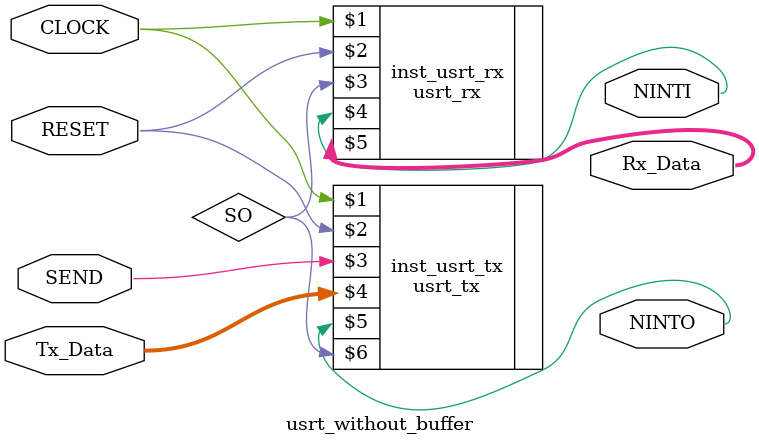
<source format=v>
module usrt_without_buffer(CLOCK, RESET, SEND, Tx_Data, Rx_Data, NINTO, NINTI);
input CLOCK, RESET, SEND;
input [7:0] Tx_Data;
output [7:0] Rx_Data;
output NINTO, NINTI;

wire SO;

usrt_tx inst_usrt_tx(CLOCK, RESET, SEND, Tx_Data, NINTO, SO);
usrt_rx inst_usrt_rx(CLOCK, RESET, SO, NINTI, Rx_Data);

endmodule
</source>
